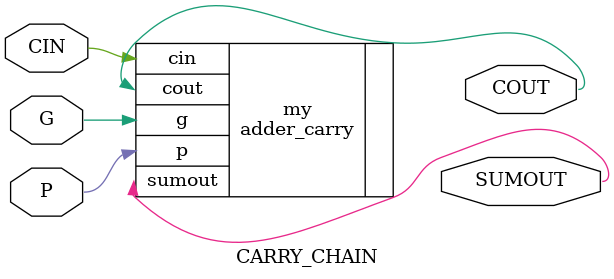
<source format=v>
module CARRY_CHAIN(P, G, CIN, SUMOUT, COUT);
    input wire  P, G, CIN;
    output wire SUMOUT, COUT;
    adder_carry my(.p(P), .g(G), .cin(CIN), .sumout(SUMOUT), .cout(COUT));
endmodule
</source>
